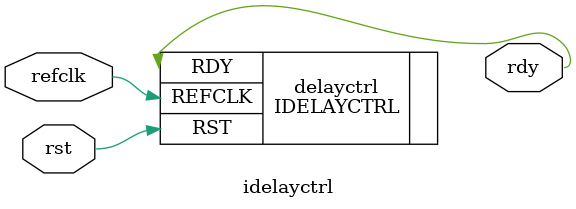
<source format=v>
/**
    "name": "IDELAYCTRL"
    "description": "IDELAYCTRL for the Artix 7."
    "supportedBoards" : ["Au", "Au+", "AuV2", "PtV2"]
**/
/******************************************************************************

    The MIT License (MIT)

    Copyright (c) 2026 Alchitry

    Permission is hereby granted, free of charge, to any person obtaining a copy
    of this software and associated documentation files (the "Software"), to deal
    in the Software without restriction, including without limitation the rights
    to use, copy, modify, merge, publish, distribute, sublicense, and/or sell
    copies of the Software, and to permit persons to whom the Software is
    furnished to do so, subject to the following conditions:

    The above copyright notice and this permission notice shall be included in
    all copies or substantial portions of the Software.

    THE SOFTWARE IS PROVIDED "AS IS", WITHOUT WARRANTY OF ANY KIND, EXPRESS OR
    IMPLIED, INCLUDING BUT NOT LIMITED TO THE WARRANTIES OF MERCHANTABILITY,
    FITNESS FOR A PARTICULAR PURPOSE AND NONINFRINGEMENT. IN NO EVENT SHALL THE
    AUTHORS OR COPYRIGHT HOLDERS BE LIABLE FOR ANY CLAIM, DAMAGES OR OTHER
    LIABILITY, WHETHER IN AN ACTION OF CONTRACT, TORT OR OTHERWISE, ARISING FROM,
    OUT OF OR IN CONNECTION WITH THE SOFTWARE OR THE USE OR OTHER DEALINGS IN
    THE SOFTWARE.

    *****************************************************************************

    This module wraps the Xilinx IDELAYCTRL primitive to expose it to Lucid.

    At least one is required when any IDELAYE2 or ODELAYE2 are used.

    See: https://docs.amd.com/r/en-US/ug953-vivado-7series-libraries/IDELAYCTRL
*/
module idelayctrl (
    input refclk, // 200MHz clock
    input rst,    // reset
    output rdy    // delay locked
);
    IDELAYCTRL delayctrl (
        .RDY(rdy),
        .REFCLK(refclk),
        .RST(rst)
    );
endmodule
</source>
